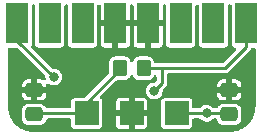
<source format=gbr>
%TF.GenerationSoftware,KiCad,Pcbnew,(6.0.11)*%
%TF.CreationDate,2023-07-03T01:03:28-07:00*%
%TF.ProjectId,sb-midi,73622d6d-6964-4692-9e6b-696361645f70,rev?*%
%TF.SameCoordinates,Original*%
%TF.FileFunction,Copper,L1,Top*%
%TF.FilePolarity,Positive*%
%FSLAX46Y46*%
G04 Gerber Fmt 4.6, Leading zero omitted, Abs format (unit mm)*
G04 Created by KiCad (PCBNEW (6.0.11)) date 2023-07-03 01:03:28*
%MOMM*%
%LPD*%
G01*
G04 APERTURE LIST*
G04 Aperture macros list*
%AMRoundRect*
0 Rectangle with rounded corners*
0 $1 Rounding radius*
0 $2 $3 $4 $5 $6 $7 $8 $9 X,Y pos of 4 corners*
0 Add a 4 corners polygon primitive as box body*
4,1,4,$2,$3,$4,$5,$6,$7,$8,$9,$2,$3,0*
0 Add four circle primitives for the rounded corners*
1,1,$1+$1,$2,$3*
1,1,$1+$1,$4,$5*
1,1,$1+$1,$6,$7*
1,1,$1+$1,$8,$9*
0 Add four rect primitives between the rounded corners*
20,1,$1+$1,$2,$3,$4,$5,0*
20,1,$1+$1,$4,$5,$6,$7,0*
20,1,$1+$1,$6,$7,$8,$9,0*
20,1,$1+$1,$8,$9,$2,$3,0*%
G04 Aperture macros list end*
%TA.AperFunction,SMDPad,CuDef*%
%ADD10R,2.000000X2.000000*%
%TD*%
%TA.AperFunction,SMDPad,CuDef*%
%ADD11R,1.846667X3.480000*%
%TD*%
%TA.AperFunction,SMDPad,CuDef*%
%ADD12RoundRect,0.250000X-0.350000X-0.450000X0.350000X-0.450000X0.350000X0.450000X-0.350000X0.450000X0*%
%TD*%
%TA.AperFunction,SMDPad,CuDef*%
%ADD13RoundRect,0.250000X0.475000X-0.337500X0.475000X0.337500X-0.475000X0.337500X-0.475000X-0.337500X0*%
%TD*%
%TA.AperFunction,ViaPad*%
%ADD14C,0.800000*%
%TD*%
%TA.AperFunction,Conductor*%
%ADD15C,0.250000*%
%TD*%
G04 APERTURE END LIST*
D10*
%TO.P,P5,1,1*%
%TO.N,/Out-*%
X127000000Y-107950000D03*
%TD*%
%TO.P,P2,1,1*%
%TO.N,GND*%
X123190000Y-107950000D03*
%TD*%
D11*
%TO.P,J1,1,1*%
%TO.N,+5V*%
X132885000Y-100330000D03*
%TO.P,J1,2,2*%
%TO.N,unconnected-(J1-Pad2)*%
X130115000Y-100330000D03*
%TO.P,J1,3,3*%
%TO.N,unconnected-(J1-Pad3)*%
X127345000Y-100330000D03*
%TO.P,J1,4,4*%
%TO.N,GND*%
X124575000Y-100330000D03*
%TO.P,J1,5,5*%
X121805000Y-100330000D03*
%TO.P,J1,6,6*%
%TO.N,unconnected-(J1-Pad6)*%
X119035000Y-100330000D03*
%TO.P,J1,7,7*%
%TO.N,unconnected-(J1-Pad7)*%
X116265000Y-100330000D03*
%TO.P,J1,8,8*%
%TO.N,+5V*%
X113495000Y-100330000D03*
%TD*%
D10*
%TO.P,P4,1,1*%
%TO.N,/Out+*%
X119380000Y-107950000D03*
%TD*%
D12*
%TO.P,R1,1*%
%TO.N,/Out+*%
X122190000Y-104140000D03*
%TO.P,R1,2*%
%TO.N,+5V*%
X124190000Y-104140000D03*
%TD*%
D13*
%TO.P,C1,1*%
%TO.N,/Out-*%
X131445000Y-108037500D03*
%TO.P,C1,2*%
%TO.N,GND*%
X131445000Y-105962500D03*
%TD*%
%TO.P,C2,1*%
%TO.N,/Out+*%
X114935000Y-108037500D03*
%TO.P,C2,2*%
%TO.N,GND*%
X114935000Y-105962500D03*
%TD*%
D14*
%TO.N,GND*%
X121285000Y-102870000D03*
X125095000Y-102870000D03*
X121285000Y-107035600D03*
X116586000Y-106172000D03*
X125095000Y-107950000D03*
X129921000Y-105054400D03*
%TO.N,+5V*%
X116586000Y-104876600D03*
X125095000Y-106045000D03*
%TO.N,/Out-*%
X129540000Y-107950000D03*
%TD*%
D15*
%TO.N,+5V*%
X125730000Y-104140000D02*
X125730000Y-105410000D01*
X125730000Y-105410000D02*
X125095000Y-106045000D01*
X113495000Y-101785600D02*
X116586000Y-104876600D01*
X132885000Y-102320000D02*
X131065000Y-104140000D01*
X113495000Y-100330000D02*
X113495000Y-101785600D01*
X125730000Y-104140000D02*
X124102500Y-104140000D01*
X132885000Y-100330000D02*
X132885000Y-102320000D01*
X131065000Y-104140000D02*
X125730000Y-104140000D01*
%TO.N,/Out-*%
X129540000Y-107950000D02*
X127000000Y-107950000D01*
X131445000Y-107950000D02*
X129540000Y-107950000D01*
%TO.N,/Out+*%
X119380000Y-107037500D02*
X122277500Y-104140000D01*
X119380000Y-107950000D02*
X119380000Y-107037500D01*
X114935000Y-107950000D02*
X119380000Y-107950000D01*
%TD*%
%TA.AperFunction,Conductor*%
%TO.N,GND*%
G36*
X114978488Y-98750302D02*
G01*
X115024981Y-98803958D01*
X115036367Y-98856300D01*
X115036367Y-102115358D01*
X115037663Y-102126252D01*
X115038352Y-102132040D01*
X115039534Y-102141978D01*
X115085703Y-102245919D01*
X115125853Y-102285998D01*
X115157962Y-102318052D01*
X115157964Y-102318053D01*
X115166195Y-102326270D01*
X115270216Y-102372258D01*
X115296309Y-102375300D01*
X117233691Y-102375300D01*
X117244585Y-102374004D01*
X117250926Y-102373250D01*
X117250929Y-102373249D01*
X117260311Y-102372133D01*
X117364252Y-102325964D01*
X117404331Y-102285814D01*
X117436385Y-102253705D01*
X117436386Y-102253703D01*
X117444603Y-102245472D01*
X117490591Y-102141451D01*
X117493633Y-102115358D01*
X117493633Y-98856300D01*
X117513635Y-98788179D01*
X117567291Y-98741686D01*
X117619633Y-98730300D01*
X117680367Y-98730300D01*
X117748488Y-98750302D01*
X117794981Y-98803958D01*
X117806367Y-98856300D01*
X117806367Y-102115358D01*
X117807663Y-102126252D01*
X117808352Y-102132040D01*
X117809534Y-102141978D01*
X117855703Y-102245919D01*
X117895853Y-102285998D01*
X117927962Y-102318052D01*
X117927964Y-102318053D01*
X117936195Y-102326270D01*
X118040216Y-102372258D01*
X118066309Y-102375300D01*
X120003691Y-102375300D01*
X120014585Y-102374004D01*
X120020926Y-102373250D01*
X120020929Y-102373249D01*
X120030311Y-102372133D01*
X120134252Y-102325964D01*
X120174331Y-102285814D01*
X120206385Y-102253705D01*
X120206386Y-102253703D01*
X120214603Y-102245472D01*
X120260591Y-102141451D01*
X120263633Y-102115358D01*
X120263633Y-102111552D01*
X120576867Y-102111552D01*
X120577309Y-102118997D01*
X120578912Y-102132475D01*
X120583865Y-102150495D01*
X120621400Y-102235001D01*
X120634354Y-102253849D01*
X120698250Y-102317633D01*
X120717120Y-102330554D01*
X120801668Y-102367932D01*
X120819745Y-102372860D01*
X120832742Y-102374376D01*
X120840043Y-102374800D01*
X121532885Y-102374800D01*
X121548124Y-102370325D01*
X121549329Y-102368935D01*
X121551000Y-102361252D01*
X121551000Y-102356685D01*
X122059000Y-102356685D01*
X122063475Y-102371924D01*
X122064865Y-102373129D01*
X122072548Y-102374800D01*
X122769885Y-102374800D01*
X122777330Y-102374358D01*
X122790808Y-102372755D01*
X122808828Y-102367802D01*
X122893334Y-102330267D01*
X122912182Y-102317313D01*
X122975966Y-102253417D01*
X122988887Y-102234547D01*
X123026265Y-102149999D01*
X123031193Y-102131922D01*
X123032709Y-102118925D01*
X123033133Y-102111624D01*
X123033133Y-102111552D01*
X123346867Y-102111552D01*
X123347309Y-102118997D01*
X123348912Y-102132475D01*
X123353865Y-102150495D01*
X123391400Y-102235001D01*
X123404354Y-102253849D01*
X123468250Y-102317633D01*
X123487120Y-102330554D01*
X123571668Y-102367932D01*
X123589745Y-102372860D01*
X123602742Y-102374376D01*
X123610043Y-102374800D01*
X124302885Y-102374800D01*
X124318124Y-102370325D01*
X124319329Y-102368935D01*
X124321000Y-102361252D01*
X124321000Y-102356685D01*
X124829000Y-102356685D01*
X124833475Y-102371924D01*
X124834865Y-102373129D01*
X124842548Y-102374800D01*
X125539885Y-102374800D01*
X125547330Y-102374358D01*
X125560808Y-102372755D01*
X125578828Y-102367802D01*
X125663334Y-102330267D01*
X125682182Y-102317313D01*
X125745966Y-102253417D01*
X125758887Y-102234547D01*
X125796265Y-102149999D01*
X125801193Y-102131922D01*
X125802709Y-102118925D01*
X125803133Y-102111624D01*
X125803133Y-100602115D01*
X125798658Y-100586876D01*
X125797268Y-100585671D01*
X125789585Y-100584000D01*
X124847115Y-100584000D01*
X124831876Y-100588475D01*
X124830671Y-100589865D01*
X124829000Y-100597548D01*
X124829000Y-102356685D01*
X124321000Y-102356685D01*
X124321000Y-100602115D01*
X124316525Y-100586876D01*
X124315135Y-100585671D01*
X124307452Y-100584000D01*
X123364982Y-100584000D01*
X123349743Y-100588475D01*
X123348538Y-100589865D01*
X123346867Y-100597548D01*
X123346867Y-102111552D01*
X123033133Y-102111552D01*
X123033133Y-100602115D01*
X123028658Y-100586876D01*
X123027268Y-100585671D01*
X123019585Y-100584000D01*
X122077115Y-100584000D01*
X122061876Y-100588475D01*
X122060671Y-100589865D01*
X122059000Y-100597548D01*
X122059000Y-102356685D01*
X121551000Y-102356685D01*
X121551000Y-100602115D01*
X121546525Y-100586876D01*
X121545135Y-100585671D01*
X121537452Y-100584000D01*
X120594982Y-100584000D01*
X120579743Y-100588475D01*
X120578538Y-100589865D01*
X120576867Y-100597548D01*
X120576867Y-102111552D01*
X120263633Y-102111552D01*
X120263633Y-98856300D01*
X120283635Y-98788179D01*
X120337291Y-98741686D01*
X120389633Y-98730300D01*
X120450867Y-98730300D01*
X120518988Y-98750302D01*
X120565481Y-98803958D01*
X120576867Y-98856300D01*
X120576867Y-100057885D01*
X120581342Y-100073124D01*
X120582732Y-100074329D01*
X120590415Y-100076000D01*
X123015018Y-100076000D01*
X123030257Y-100071525D01*
X123031462Y-100070135D01*
X123033133Y-100062452D01*
X123033133Y-98856300D01*
X123053135Y-98788179D01*
X123106791Y-98741686D01*
X123159133Y-98730300D01*
X123220867Y-98730300D01*
X123288988Y-98750302D01*
X123335481Y-98803958D01*
X123346867Y-98856300D01*
X123346867Y-100057885D01*
X123351342Y-100073124D01*
X123352732Y-100074329D01*
X123360415Y-100076000D01*
X125785018Y-100076000D01*
X125800257Y-100071525D01*
X125801462Y-100070135D01*
X125803133Y-100062452D01*
X125803133Y-98856300D01*
X125823135Y-98788179D01*
X125876791Y-98741686D01*
X125929133Y-98730300D01*
X125990367Y-98730300D01*
X126058488Y-98750302D01*
X126104981Y-98803958D01*
X126116367Y-98856300D01*
X126116367Y-102115358D01*
X126117663Y-102126252D01*
X126118352Y-102132040D01*
X126119534Y-102141978D01*
X126165703Y-102245919D01*
X126205853Y-102285998D01*
X126237962Y-102318052D01*
X126237964Y-102318053D01*
X126246195Y-102326270D01*
X126350216Y-102372258D01*
X126376309Y-102375300D01*
X128313691Y-102375300D01*
X128324585Y-102374004D01*
X128330926Y-102373250D01*
X128330929Y-102373249D01*
X128340311Y-102372133D01*
X128444252Y-102325964D01*
X128484331Y-102285814D01*
X128516385Y-102253705D01*
X128516386Y-102253703D01*
X128524603Y-102245472D01*
X128570591Y-102141451D01*
X128573633Y-102115358D01*
X128573633Y-98856300D01*
X128593635Y-98788179D01*
X128647291Y-98741686D01*
X128699633Y-98730300D01*
X128760367Y-98730300D01*
X128828488Y-98750302D01*
X128874981Y-98803958D01*
X128886367Y-98856300D01*
X128886367Y-102115358D01*
X128887663Y-102126252D01*
X128888352Y-102132040D01*
X128889534Y-102141978D01*
X128935703Y-102245919D01*
X128975853Y-102285998D01*
X129007962Y-102318052D01*
X129007964Y-102318053D01*
X129016195Y-102326270D01*
X129120216Y-102372258D01*
X129146309Y-102375300D01*
X131083691Y-102375300D01*
X131094585Y-102374004D01*
X131100926Y-102373250D01*
X131100929Y-102373249D01*
X131110311Y-102372133D01*
X131214252Y-102325964D01*
X131254331Y-102285814D01*
X131286385Y-102253705D01*
X131286386Y-102253703D01*
X131294603Y-102245472D01*
X131340591Y-102141451D01*
X131343633Y-102115358D01*
X131343633Y-98856300D01*
X131363635Y-98788179D01*
X131417291Y-98741686D01*
X131469633Y-98730300D01*
X131530367Y-98730300D01*
X131598488Y-98750302D01*
X131644981Y-98803958D01*
X131656367Y-98856300D01*
X131656367Y-102115358D01*
X131657663Y-102126252D01*
X131658352Y-102132040D01*
X131659534Y-102141978D01*
X131705703Y-102245919D01*
X131745853Y-102285998D01*
X131777962Y-102318052D01*
X131777964Y-102318053D01*
X131786195Y-102326270D01*
X131890216Y-102372258D01*
X131916309Y-102375300D01*
X131919975Y-102375300D01*
X131923620Y-102375512D01*
X131923521Y-102377222D01*
X131985095Y-102395302D01*
X132031588Y-102448958D01*
X132041692Y-102519232D01*
X132012198Y-102583812D01*
X132006069Y-102590395D01*
X130923669Y-103672795D01*
X130861357Y-103706821D01*
X130834574Y-103709700D01*
X125793736Y-103709700D01*
X125782756Y-103708444D01*
X125782709Y-103709047D01*
X125773320Y-103708308D01*
X125764142Y-103706181D01*
X125718891Y-103709385D01*
X125709994Y-103709700D01*
X125214576Y-103709700D01*
X125146455Y-103689698D01*
X125099962Y-103636042D01*
X125089489Y-103598838D01*
X125085314Y-103564338D01*
X125084341Y-103556297D01*
X125028334Y-103414838D01*
X124936348Y-103293652D01*
X124815162Y-103201666D01*
X124754064Y-103177476D01*
X124681233Y-103148640D01*
X124681231Y-103148639D01*
X124673703Y-103145659D01*
X124583144Y-103134700D01*
X123796856Y-103134700D01*
X123706297Y-103145659D01*
X123698769Y-103148639D01*
X123698767Y-103148640D01*
X123625936Y-103177476D01*
X123564838Y-103201666D01*
X123443652Y-103293652D01*
X123351666Y-103414838D01*
X123348502Y-103422830D01*
X123307152Y-103527269D01*
X123263478Y-103583243D01*
X123196475Y-103606720D01*
X123127416Y-103590245D01*
X123078228Y-103539049D01*
X123072848Y-103527269D01*
X123031498Y-103422830D01*
X123028334Y-103414838D01*
X122936348Y-103293652D01*
X122815162Y-103201666D01*
X122754064Y-103177476D01*
X122681233Y-103148640D01*
X122681231Y-103148639D01*
X122673703Y-103145659D01*
X122583144Y-103134700D01*
X121796856Y-103134700D01*
X121706297Y-103145659D01*
X121698769Y-103148639D01*
X121698767Y-103148640D01*
X121625936Y-103177476D01*
X121564838Y-103201666D01*
X121443652Y-103293652D01*
X121351666Y-103414838D01*
X121295659Y-103556297D01*
X121284700Y-103646856D01*
X121284700Y-104472074D01*
X121264698Y-104540195D01*
X121247795Y-104561169D01*
X119201169Y-106607795D01*
X119138857Y-106641821D01*
X119112074Y-106644700D01*
X118334642Y-106644700D01*
X118323748Y-106645996D01*
X118317407Y-106646750D01*
X118317404Y-106646751D01*
X118308022Y-106647867D01*
X118204081Y-106694036D01*
X118184674Y-106713477D01*
X118131948Y-106766295D01*
X118131947Y-106766297D01*
X118123730Y-106774528D01*
X118077742Y-106878549D01*
X118074700Y-106904642D01*
X118074700Y-107393700D01*
X118054698Y-107461821D01*
X118001042Y-107508314D01*
X117948700Y-107519700D01*
X116021522Y-107519700D01*
X115953401Y-107499698D01*
X115904370Y-107440084D01*
X115901497Y-107432828D01*
X115898334Y-107424838D01*
X115848279Y-107358893D01*
X115811540Y-107310492D01*
X115806348Y-107303652D01*
X115788708Y-107290262D01*
X115692010Y-107216864D01*
X115685162Y-107211666D01*
X115624064Y-107187476D01*
X115551233Y-107158640D01*
X115551231Y-107158639D01*
X115543703Y-107155659D01*
X115453144Y-107144700D01*
X114416856Y-107144700D01*
X114326297Y-107155659D01*
X114318769Y-107158639D01*
X114318767Y-107158640D01*
X114245936Y-107187476D01*
X114184838Y-107211666D01*
X114177990Y-107216864D01*
X114081293Y-107290262D01*
X114063652Y-107303652D01*
X114058460Y-107310492D01*
X114021721Y-107358893D01*
X113971666Y-107424838D01*
X113915659Y-107566297D01*
X113904700Y-107656856D01*
X113904700Y-108418144D01*
X113915659Y-108508703D01*
X113918639Y-108516231D01*
X113918640Y-108516233D01*
X113930103Y-108545186D01*
X113971666Y-108650162D01*
X114063652Y-108771348D01*
X114184838Y-108863334D01*
X114245936Y-108887524D01*
X114318767Y-108916360D01*
X114318769Y-108916361D01*
X114326297Y-108919341D01*
X114416856Y-108930300D01*
X115453144Y-108930300D01*
X115543703Y-108919341D01*
X115551231Y-108916361D01*
X115551233Y-108916360D01*
X115624064Y-108887524D01*
X115685162Y-108863334D01*
X115806348Y-108771348D01*
X115898334Y-108650162D01*
X115939897Y-108545186D01*
X115951360Y-108516233D01*
X115951361Y-108516231D01*
X115954341Y-108508703D01*
X115956464Y-108491160D01*
X115984506Y-108425936D01*
X116043360Y-108386227D01*
X116081551Y-108380300D01*
X117948700Y-108380300D01*
X118016821Y-108400302D01*
X118063314Y-108453958D01*
X118074700Y-108506300D01*
X118074700Y-108995358D01*
X118075996Y-109006252D01*
X118076685Y-109012040D01*
X118077867Y-109021978D01*
X118124036Y-109125919D01*
X118164186Y-109165998D01*
X118196295Y-109198052D01*
X118196297Y-109198053D01*
X118204528Y-109206270D01*
X118308549Y-109252258D01*
X118334642Y-109255300D01*
X120425358Y-109255300D01*
X120436252Y-109254004D01*
X120442593Y-109253250D01*
X120442596Y-109253249D01*
X120451978Y-109252133D01*
X120555919Y-109205964D01*
X120612361Y-109149423D01*
X120628052Y-109133705D01*
X120628053Y-109133703D01*
X120636270Y-109125472D01*
X120682258Y-109021451D01*
X120685300Y-108995358D01*
X120685300Y-108991552D01*
X121885200Y-108991552D01*
X121885642Y-108998997D01*
X121887245Y-109012475D01*
X121892198Y-109030495D01*
X121929733Y-109115001D01*
X121942687Y-109133849D01*
X122006583Y-109197633D01*
X122025453Y-109210554D01*
X122110001Y-109247932D01*
X122128078Y-109252860D01*
X122141075Y-109254376D01*
X122148376Y-109254800D01*
X122917885Y-109254800D01*
X122933124Y-109250325D01*
X122934329Y-109248935D01*
X122936000Y-109241252D01*
X122936000Y-109236685D01*
X123444000Y-109236685D01*
X123448475Y-109251924D01*
X123449865Y-109253129D01*
X123457548Y-109254800D01*
X124231552Y-109254800D01*
X124238997Y-109254358D01*
X124252475Y-109252755D01*
X124270495Y-109247802D01*
X124355001Y-109210267D01*
X124373849Y-109197313D01*
X124437633Y-109133417D01*
X124450554Y-109114547D01*
X124487932Y-109029999D01*
X124492860Y-109011922D01*
X124494376Y-108998925D01*
X124494583Y-108995358D01*
X125694700Y-108995358D01*
X125695996Y-109006252D01*
X125696685Y-109012040D01*
X125697867Y-109021978D01*
X125744036Y-109125919D01*
X125784186Y-109165998D01*
X125816295Y-109198052D01*
X125816297Y-109198053D01*
X125824528Y-109206270D01*
X125928549Y-109252258D01*
X125954642Y-109255300D01*
X128045358Y-109255300D01*
X128056252Y-109254004D01*
X128062593Y-109253250D01*
X128062596Y-109253249D01*
X128071978Y-109252133D01*
X128175919Y-109205964D01*
X128232361Y-109149423D01*
X128248052Y-109133705D01*
X128248053Y-109133703D01*
X128256270Y-109125472D01*
X128302258Y-109021451D01*
X128305300Y-108995358D01*
X128305300Y-108506300D01*
X128325302Y-108438179D01*
X128378958Y-108391686D01*
X128431300Y-108380300D01*
X128916390Y-108380300D01*
X128984511Y-108400302D01*
X129001464Y-108415018D01*
X129002170Y-108414242D01*
X129122811Y-108524018D01*
X129122815Y-108524021D01*
X129128432Y-108529132D01*
X129135109Y-108532757D01*
X129135110Y-108532758D01*
X129158000Y-108545186D01*
X129278455Y-108610588D01*
X129443577Y-108653907D01*
X129530592Y-108655274D01*
X129606666Y-108656469D01*
X129606669Y-108656469D01*
X129614265Y-108656588D01*
X129621669Y-108654892D01*
X129621671Y-108654892D01*
X129683992Y-108640619D01*
X129780667Y-108618477D01*
X129933174Y-108541774D01*
X129938945Y-108536845D01*
X129938948Y-108536843D01*
X130057208Y-108435839D01*
X130057210Y-108435837D01*
X130062982Y-108430907D01*
X130067415Y-108424737D01*
X130070836Y-108421017D01*
X130131667Y-108384410D01*
X130163587Y-108380300D01*
X130298449Y-108380300D01*
X130366570Y-108400302D01*
X130413063Y-108453958D01*
X130423536Y-108491160D01*
X130425659Y-108508703D01*
X130428639Y-108516231D01*
X130428640Y-108516233D01*
X130440103Y-108545186D01*
X130481666Y-108650162D01*
X130573652Y-108771348D01*
X130694838Y-108863334D01*
X130755936Y-108887524D01*
X130828767Y-108916360D01*
X130828769Y-108916361D01*
X130836297Y-108919341D01*
X130926856Y-108930300D01*
X131963144Y-108930300D01*
X132053703Y-108919341D01*
X132061231Y-108916361D01*
X132061233Y-108916360D01*
X132134064Y-108887524D01*
X132195162Y-108863334D01*
X132316348Y-108771348D01*
X132408334Y-108650162D01*
X132449897Y-108545186D01*
X132461360Y-108516233D01*
X132461361Y-108516231D01*
X132464341Y-108508703D01*
X132475300Y-108418144D01*
X132475300Y-107656856D01*
X132464341Y-107566297D01*
X132408334Y-107424838D01*
X132358279Y-107358893D01*
X132321540Y-107310492D01*
X132316348Y-107303652D01*
X132298708Y-107290262D01*
X132202010Y-107216864D01*
X132195162Y-107211666D01*
X132134064Y-107187476D01*
X132061233Y-107158640D01*
X132061231Y-107158639D01*
X132053703Y-107155659D01*
X131963144Y-107144700D01*
X130926856Y-107144700D01*
X130836297Y-107155659D01*
X130828769Y-107158639D01*
X130828767Y-107158640D01*
X130755936Y-107187476D01*
X130694838Y-107211666D01*
X130687990Y-107216864D01*
X130591293Y-107290262D01*
X130573652Y-107303652D01*
X130568460Y-107310492D01*
X130531721Y-107358893D01*
X130481666Y-107424838D01*
X130478503Y-107432828D01*
X130475630Y-107440084D01*
X130431955Y-107496058D01*
X130358478Y-107519700D01*
X130163480Y-107519700D01*
X130095359Y-107499698D01*
X130073420Y-107480851D01*
X130072939Y-107480151D01*
X130067268Y-107475098D01*
X130067265Y-107475095D01*
X129989590Y-107405890D01*
X129945481Y-107366590D01*
X129937523Y-107362376D01*
X129801322Y-107290262D01*
X129801321Y-107290261D01*
X129794613Y-107286710D01*
X129629047Y-107245122D01*
X129621449Y-107245082D01*
X129621447Y-107245082D01*
X129547658Y-107244696D01*
X129458339Y-107244229D01*
X129450960Y-107246001D01*
X129450956Y-107246001D01*
X129299726Y-107282308D01*
X129299722Y-107282309D01*
X129292347Y-107284080D01*
X129140651Y-107362376D01*
X129134929Y-107367368D01*
X129134927Y-107367369D01*
X129017734Y-107469602D01*
X129017731Y-107469605D01*
X129012010Y-107474596D01*
X129009187Y-107478613D01*
X128949714Y-107515251D01*
X128916527Y-107519700D01*
X128431300Y-107519700D01*
X128363179Y-107499698D01*
X128316686Y-107446042D01*
X128305300Y-107393700D01*
X128305300Y-106904642D01*
X128304004Y-106893748D01*
X128303250Y-106887407D01*
X128303249Y-106887404D01*
X128302133Y-106878022D01*
X128255964Y-106774081D01*
X128191836Y-106710065D01*
X128183705Y-106701948D01*
X128183701Y-106701945D01*
X128175472Y-106693730D01*
X128071451Y-106647742D01*
X128045358Y-106644700D01*
X125954642Y-106644700D01*
X125943748Y-106645996D01*
X125937407Y-106646750D01*
X125937404Y-106646751D01*
X125928022Y-106647867D01*
X125824081Y-106694036D01*
X125804674Y-106713477D01*
X125751948Y-106766295D01*
X125751947Y-106766297D01*
X125743730Y-106774528D01*
X125697742Y-106878549D01*
X125694700Y-106904642D01*
X125694700Y-108995358D01*
X124494583Y-108995358D01*
X124494800Y-108991624D01*
X124494800Y-108222115D01*
X124490325Y-108206876D01*
X124488935Y-108205671D01*
X124481252Y-108204000D01*
X123462115Y-108204000D01*
X123446876Y-108208475D01*
X123445671Y-108209865D01*
X123444000Y-108217548D01*
X123444000Y-109236685D01*
X122936000Y-109236685D01*
X122936000Y-108222115D01*
X122931525Y-108206876D01*
X122930135Y-108205671D01*
X122922452Y-108204000D01*
X121903315Y-108204000D01*
X121888076Y-108208475D01*
X121886871Y-108209865D01*
X121885200Y-108217548D01*
X121885200Y-108991552D01*
X120685300Y-108991552D01*
X120685300Y-107677885D01*
X121885200Y-107677885D01*
X121889675Y-107693124D01*
X121891065Y-107694329D01*
X121898748Y-107696000D01*
X122917885Y-107696000D01*
X122933124Y-107691525D01*
X122934329Y-107690135D01*
X122936000Y-107682452D01*
X122936000Y-107677885D01*
X123444000Y-107677885D01*
X123448475Y-107693124D01*
X123449865Y-107694329D01*
X123457548Y-107696000D01*
X124476685Y-107696000D01*
X124491924Y-107691525D01*
X124493129Y-107690135D01*
X124494800Y-107682452D01*
X124494800Y-106908448D01*
X124494358Y-106901003D01*
X124492755Y-106887525D01*
X124487802Y-106869505D01*
X124450267Y-106784999D01*
X124437313Y-106766151D01*
X124373417Y-106702367D01*
X124354547Y-106689446D01*
X124269999Y-106652068D01*
X124251922Y-106647140D01*
X124238925Y-106645624D01*
X124231624Y-106645200D01*
X123462115Y-106645200D01*
X123446876Y-106649675D01*
X123445671Y-106651065D01*
X123444000Y-106658748D01*
X123444000Y-107677885D01*
X122936000Y-107677885D01*
X122936000Y-106663315D01*
X122931525Y-106648076D01*
X122930135Y-106646871D01*
X122922452Y-106645200D01*
X122148448Y-106645200D01*
X122141003Y-106645642D01*
X122127525Y-106647245D01*
X122109505Y-106652198D01*
X122024999Y-106689733D01*
X122006151Y-106702687D01*
X121942367Y-106766583D01*
X121929446Y-106785453D01*
X121892068Y-106870001D01*
X121887140Y-106888078D01*
X121885624Y-106901075D01*
X121885200Y-106908376D01*
X121885200Y-107677885D01*
X120685300Y-107677885D01*
X120685300Y-106904642D01*
X120684004Y-106893748D01*
X120683250Y-106887407D01*
X120683249Y-106887404D01*
X120682133Y-106878022D01*
X120635964Y-106774081D01*
X120571836Y-106710065D01*
X120563702Y-106701945D01*
X120563700Y-106701944D01*
X120555472Y-106693730D01*
X120546122Y-106689596D01*
X120501793Y-106635313D01*
X120493745Y-106564774D01*
X120528791Y-106497245D01*
X121843831Y-105182205D01*
X121906143Y-105148179D01*
X121932926Y-105145300D01*
X122583144Y-105145300D01*
X122673703Y-105134341D01*
X122681231Y-105131361D01*
X122681233Y-105131360D01*
X122765597Y-105097958D01*
X122815162Y-105078334D01*
X122936348Y-104986348D01*
X123028334Y-104865162D01*
X123072848Y-104752731D01*
X123116522Y-104696757D01*
X123183525Y-104673280D01*
X123252584Y-104689755D01*
X123301772Y-104740951D01*
X123307151Y-104752729D01*
X123351666Y-104865162D01*
X123443652Y-104986348D01*
X123564838Y-105078334D01*
X123614403Y-105097958D01*
X123698767Y-105131360D01*
X123698769Y-105131361D01*
X123706297Y-105134341D01*
X123796856Y-105145300D01*
X124583144Y-105145300D01*
X124673703Y-105134341D01*
X124681231Y-105131361D01*
X124681233Y-105131360D01*
X124765597Y-105097958D01*
X124815162Y-105078334D01*
X124936348Y-104986348D01*
X125028334Y-104865162D01*
X125056548Y-104793901D01*
X125100222Y-104737927D01*
X125167225Y-104714450D01*
X125236284Y-104730926D01*
X125285472Y-104782121D01*
X125299700Y-104840284D01*
X125299700Y-105179574D01*
X125279698Y-105247695D01*
X125262795Y-105268669D01*
X125228482Y-105302982D01*
X125166170Y-105337008D01*
X125138729Y-105339885D01*
X125013339Y-105339229D01*
X125005960Y-105341001D01*
X125005956Y-105341001D01*
X124854726Y-105377308D01*
X124854722Y-105377309D01*
X124847347Y-105379080D01*
X124695651Y-105457376D01*
X124689929Y-105462368D01*
X124689927Y-105462369D01*
X124652543Y-105494981D01*
X124567010Y-105569596D01*
X124468852Y-105709262D01*
X124466093Y-105716337D01*
X124466092Y-105716340D01*
X124457797Y-105737617D01*
X124406841Y-105868311D01*
X124405849Y-105875844D01*
X124405849Y-105875845D01*
X124387538Y-106014933D01*
X124384559Y-106037560D01*
X124403292Y-106207239D01*
X124405901Y-106214370D01*
X124405902Y-106214372D01*
X124454390Y-106346870D01*
X124461958Y-106367551D01*
X124557170Y-106509242D01*
X124562782Y-106514349D01*
X124562785Y-106514352D01*
X124677811Y-106619018D01*
X124677815Y-106619021D01*
X124683432Y-106624132D01*
X124690109Y-106627757D01*
X124690110Y-106627758D01*
X124713000Y-106640186D01*
X124833455Y-106705588D01*
X124998577Y-106748907D01*
X125085592Y-106750274D01*
X125161666Y-106751469D01*
X125161669Y-106751469D01*
X125169265Y-106751588D01*
X125176669Y-106749892D01*
X125176671Y-106749892D01*
X125238992Y-106735619D01*
X125335667Y-106713477D01*
X125488174Y-106636774D01*
X125493945Y-106631845D01*
X125493948Y-106631843D01*
X125612210Y-106530837D01*
X125612211Y-106530836D01*
X125617982Y-106525907D01*
X125717598Y-106387276D01*
X125722993Y-106373855D01*
X125736878Y-106339315D01*
X130415200Y-106339315D01*
X130415656Y-106346870D01*
X130425176Y-106425544D01*
X130429129Y-106441109D01*
X130478946Y-106566932D01*
X130487296Y-106581751D01*
X130568821Y-106689156D01*
X130580844Y-106701179D01*
X130688249Y-106782704D01*
X130703068Y-106791054D01*
X130828891Y-106840871D01*
X130844456Y-106844824D01*
X130923130Y-106854344D01*
X130930685Y-106854800D01*
X131172885Y-106854800D01*
X131188124Y-106850325D01*
X131189329Y-106848935D01*
X131191000Y-106841252D01*
X131191000Y-106836685D01*
X131699000Y-106836685D01*
X131703475Y-106851924D01*
X131704865Y-106853129D01*
X131712548Y-106854800D01*
X131959315Y-106854800D01*
X131966870Y-106854344D01*
X132045544Y-106844824D01*
X132061109Y-106840871D01*
X132186932Y-106791054D01*
X132201751Y-106782704D01*
X132309156Y-106701179D01*
X132321179Y-106689156D01*
X132402704Y-106581751D01*
X132411054Y-106566932D01*
X132460871Y-106441109D01*
X132464824Y-106425544D01*
X132474344Y-106346870D01*
X132474800Y-106339315D01*
X132474800Y-106234615D01*
X132470325Y-106219376D01*
X132468935Y-106218171D01*
X132461252Y-106216500D01*
X131717115Y-106216500D01*
X131701876Y-106220975D01*
X131700671Y-106222365D01*
X131699000Y-106230048D01*
X131699000Y-106836685D01*
X131191000Y-106836685D01*
X131191000Y-106234615D01*
X131186525Y-106219376D01*
X131185135Y-106218171D01*
X131177452Y-106216500D01*
X130433315Y-106216500D01*
X130418076Y-106220975D01*
X130416871Y-106222365D01*
X130415200Y-106230048D01*
X130415200Y-106339315D01*
X125736878Y-106339315D01*
X125778436Y-106235939D01*
X125778437Y-106235937D01*
X125781271Y-106228886D01*
X125805324Y-106059879D01*
X125805480Y-106045000D01*
X125801841Y-106014931D01*
X125813516Y-105944902D01*
X125837834Y-105910702D01*
X126010919Y-105737617D01*
X126022008Y-105727762D01*
X126022445Y-105727418D01*
X126047218Y-105707888D01*
X126059315Y-105690385D01*
X130415200Y-105690385D01*
X130419675Y-105705624D01*
X130421065Y-105706829D01*
X130428748Y-105708500D01*
X131172885Y-105708500D01*
X131188124Y-105704025D01*
X131189329Y-105702635D01*
X131191000Y-105694952D01*
X131191000Y-105690385D01*
X131699000Y-105690385D01*
X131703475Y-105705624D01*
X131704865Y-105706829D01*
X131712548Y-105708500D01*
X132456685Y-105708500D01*
X132471924Y-105704025D01*
X132473129Y-105702635D01*
X132474800Y-105694952D01*
X132474800Y-105585685D01*
X132474344Y-105578130D01*
X132464824Y-105499456D01*
X132460871Y-105483891D01*
X132411054Y-105358068D01*
X132402704Y-105343249D01*
X132321179Y-105235844D01*
X132309156Y-105223821D01*
X132201751Y-105142296D01*
X132186932Y-105133946D01*
X132061109Y-105084129D01*
X132045544Y-105080176D01*
X131966870Y-105070656D01*
X131959315Y-105070200D01*
X131717115Y-105070200D01*
X131701876Y-105074675D01*
X131700671Y-105076065D01*
X131699000Y-105083748D01*
X131699000Y-105690385D01*
X131191000Y-105690385D01*
X131191000Y-105088315D01*
X131186525Y-105073076D01*
X131185135Y-105071871D01*
X131177452Y-105070200D01*
X130930685Y-105070200D01*
X130923130Y-105070656D01*
X130844456Y-105080176D01*
X130828891Y-105084129D01*
X130703068Y-105133946D01*
X130688249Y-105142296D01*
X130580844Y-105223821D01*
X130568821Y-105235844D01*
X130487296Y-105343249D01*
X130478946Y-105358068D01*
X130429129Y-105483891D01*
X130425176Y-105499456D01*
X130415656Y-105578130D01*
X130415200Y-105585685D01*
X130415200Y-105690385D01*
X126059315Y-105690385D01*
X126079070Y-105661803D01*
X126081338Y-105658630D01*
X126108982Y-105621203D01*
X126114580Y-105613624D01*
X126116865Y-105607117D01*
X126120786Y-105601444D01*
X126137659Y-105548092D01*
X126138911Y-105544339D01*
X126154333Y-105500423D01*
X126154333Y-105500421D01*
X126157452Y-105491540D01*
X126157723Y-105484648D01*
X126159802Y-105478074D01*
X126160300Y-105471747D01*
X126160300Y-105421549D01*
X126160397Y-105416601D01*
X126161735Y-105382561D01*
X126162533Y-105362248D01*
X126160715Y-105355392D01*
X126160300Y-105347847D01*
X126160300Y-104696300D01*
X126180302Y-104628179D01*
X126233958Y-104581686D01*
X126286300Y-104570300D01*
X131031982Y-104570300D01*
X131046790Y-104571173D01*
X131078668Y-104574946D01*
X131087932Y-104573254D01*
X131087933Y-104573254D01*
X131133733Y-104564889D01*
X131137639Y-104564239D01*
X131183644Y-104557323D01*
X131183645Y-104557323D01*
X131192955Y-104555923D01*
X131199171Y-104552938D01*
X131205956Y-104551699D01*
X131255622Y-104525899D01*
X131259162Y-104524130D01*
X131301104Y-104503990D01*
X131301105Y-104503989D01*
X131309596Y-104499912D01*
X131314662Y-104495229D01*
X131320780Y-104492051D01*
X131325606Y-104487930D01*
X131361108Y-104452428D01*
X131364675Y-104448998D01*
X131404612Y-104412081D01*
X131408175Y-104405948D01*
X131413213Y-104400323D01*
X133165919Y-102647617D01*
X133177008Y-102637762D01*
X133194821Y-102623719D01*
X133202218Y-102617888D01*
X133234070Y-102571803D01*
X133236338Y-102568630D01*
X133263982Y-102531203D01*
X133269580Y-102523624D01*
X133271865Y-102517117D01*
X133275786Y-102511444D01*
X133291009Y-102463308D01*
X133330620Y-102404389D01*
X133395798Y-102376238D01*
X133411145Y-102375300D01*
X133553700Y-102375300D01*
X133621821Y-102395302D01*
X133668314Y-102448958D01*
X133679700Y-102501300D01*
X133679700Y-107277264D01*
X133677786Y-107299142D01*
X133674990Y-107315000D01*
X133676904Y-107325855D01*
X133676904Y-107336880D01*
X133676865Y-107336880D01*
X133677599Y-107349734D01*
X133663867Y-107576755D01*
X133662033Y-107591859D01*
X133616138Y-107842301D01*
X133612497Y-107857074D01*
X133536748Y-108100162D01*
X133531354Y-108114385D01*
X133484924Y-108217548D01*
X133426858Y-108346565D01*
X133419788Y-108360037D01*
X133304059Y-108551475D01*
X133288066Y-108577930D01*
X133279424Y-108590451D01*
X133232643Y-108650162D01*
X133122393Y-108790886D01*
X133112303Y-108802274D01*
X132932274Y-108982303D01*
X132920886Y-108992393D01*
X132739961Y-109134139D01*
X132720452Y-109149423D01*
X132707931Y-109158065D01*
X132548615Y-109254376D01*
X132490038Y-109289787D01*
X132476567Y-109296857D01*
X132244385Y-109401354D01*
X132230167Y-109406746D01*
X131998720Y-109478868D01*
X131987074Y-109482497D01*
X131972301Y-109486138D01*
X131721859Y-109532033D01*
X131706755Y-109533867D01*
X131479734Y-109547599D01*
X131466880Y-109546865D01*
X131466880Y-109546904D01*
X131455855Y-109546904D01*
X131445000Y-109544990D01*
X131429142Y-109547786D01*
X131407264Y-109549700D01*
X114972736Y-109549700D01*
X114950858Y-109547786D01*
X114935000Y-109544990D01*
X114924145Y-109546904D01*
X114913120Y-109546904D01*
X114913120Y-109546865D01*
X114900266Y-109547599D01*
X114673245Y-109533867D01*
X114658141Y-109532033D01*
X114407699Y-109486138D01*
X114392926Y-109482497D01*
X114381280Y-109478868D01*
X114149833Y-109406746D01*
X114135615Y-109401354D01*
X113903433Y-109296857D01*
X113889962Y-109289787D01*
X113831386Y-109254376D01*
X113672069Y-109158065D01*
X113659548Y-109149423D01*
X113640040Y-109134139D01*
X113459114Y-108992393D01*
X113447726Y-108982303D01*
X113267697Y-108802274D01*
X113257607Y-108790886D01*
X113147357Y-108650162D01*
X113100576Y-108590451D01*
X113091934Y-108577930D01*
X113075941Y-108551475D01*
X112960212Y-108360037D01*
X112953142Y-108346565D01*
X112895076Y-108217548D01*
X112848646Y-108114385D01*
X112843252Y-108100162D01*
X112767503Y-107857074D01*
X112763862Y-107842301D01*
X112717967Y-107591859D01*
X112716133Y-107576755D01*
X112702401Y-107349734D01*
X112703135Y-107336880D01*
X112703096Y-107336880D01*
X112703096Y-107325855D01*
X112705010Y-107315000D01*
X112702214Y-107299142D01*
X112700300Y-107277264D01*
X112700300Y-106339315D01*
X113905200Y-106339315D01*
X113905656Y-106346870D01*
X113915176Y-106425544D01*
X113919129Y-106441109D01*
X113968946Y-106566932D01*
X113977296Y-106581751D01*
X114058821Y-106689156D01*
X114070844Y-106701179D01*
X114178249Y-106782704D01*
X114193068Y-106791054D01*
X114318891Y-106840871D01*
X114334456Y-106844824D01*
X114413130Y-106854344D01*
X114420685Y-106854800D01*
X114662885Y-106854800D01*
X114678124Y-106850325D01*
X114679329Y-106848935D01*
X114681000Y-106841252D01*
X114681000Y-106836685D01*
X115189000Y-106836685D01*
X115193475Y-106851924D01*
X115194865Y-106853129D01*
X115202548Y-106854800D01*
X115449315Y-106854800D01*
X115456870Y-106854344D01*
X115535544Y-106844824D01*
X115551109Y-106840871D01*
X115676932Y-106791054D01*
X115691751Y-106782704D01*
X115799156Y-106701179D01*
X115811179Y-106689156D01*
X115892704Y-106581751D01*
X115901054Y-106566932D01*
X115950871Y-106441109D01*
X115954824Y-106425544D01*
X115964344Y-106346870D01*
X115964800Y-106339315D01*
X115964800Y-106234615D01*
X115960325Y-106219376D01*
X115958935Y-106218171D01*
X115951252Y-106216500D01*
X115207115Y-106216500D01*
X115191876Y-106220975D01*
X115190671Y-106222365D01*
X115189000Y-106230048D01*
X115189000Y-106836685D01*
X114681000Y-106836685D01*
X114681000Y-106234615D01*
X114676525Y-106219376D01*
X114675135Y-106218171D01*
X114667452Y-106216500D01*
X113923315Y-106216500D01*
X113908076Y-106220975D01*
X113906871Y-106222365D01*
X113905200Y-106230048D01*
X113905200Y-106339315D01*
X112700300Y-106339315D01*
X112700300Y-105690385D01*
X113905200Y-105690385D01*
X113909675Y-105705624D01*
X113911065Y-105706829D01*
X113918748Y-105708500D01*
X114662885Y-105708500D01*
X114678124Y-105704025D01*
X114679329Y-105702635D01*
X114681000Y-105694952D01*
X114681000Y-105088315D01*
X114676525Y-105073076D01*
X114675135Y-105071871D01*
X114667452Y-105070200D01*
X114420685Y-105070200D01*
X114413130Y-105070656D01*
X114334456Y-105080176D01*
X114318891Y-105084129D01*
X114193068Y-105133946D01*
X114178249Y-105142296D01*
X114070844Y-105223821D01*
X114058821Y-105235844D01*
X113977296Y-105343249D01*
X113968946Y-105358068D01*
X113919129Y-105483891D01*
X113915176Y-105499456D01*
X113905656Y-105578130D01*
X113905200Y-105585685D01*
X113905200Y-105690385D01*
X112700300Y-105690385D01*
X112700300Y-102501300D01*
X112720302Y-102433179D01*
X112773958Y-102386686D01*
X112826300Y-102375300D01*
X113423974Y-102375300D01*
X113492095Y-102395302D01*
X113513069Y-102412205D01*
X115842611Y-104741747D01*
X115876637Y-104804059D01*
X115878438Y-104847286D01*
X115876550Y-104861625D01*
X115876550Y-104861633D01*
X115875559Y-104869160D01*
X115876393Y-104876710D01*
X115893101Y-105028053D01*
X115880695Y-105097958D01*
X115832465Y-105150058D01*
X115763724Y-105167812D01*
X115699988Y-105145191D01*
X115699241Y-105146516D01*
X115676932Y-105133946D01*
X115551109Y-105084129D01*
X115535544Y-105080176D01*
X115456870Y-105070656D01*
X115449315Y-105070200D01*
X115207115Y-105070200D01*
X115191876Y-105074675D01*
X115190671Y-105076065D01*
X115189000Y-105083748D01*
X115189000Y-105690385D01*
X115193475Y-105705624D01*
X115194865Y-105706829D01*
X115202548Y-105708500D01*
X115946685Y-105708500D01*
X115961924Y-105704025D01*
X115963129Y-105702635D01*
X115964800Y-105694952D01*
X115964800Y-105585685D01*
X115964345Y-105578136D01*
X115962406Y-105562118D01*
X115974078Y-105492088D01*
X116021759Y-105439485D01*
X116090309Y-105421010D01*
X116157966Y-105442530D01*
X116163040Y-105446516D01*
X116168811Y-105450618D01*
X116174432Y-105455732D01*
X116181109Y-105459357D01*
X116181110Y-105459358D01*
X116199344Y-105469258D01*
X116324455Y-105537188D01*
X116489577Y-105580507D01*
X116576592Y-105581874D01*
X116652666Y-105583069D01*
X116652669Y-105583069D01*
X116660265Y-105583188D01*
X116667669Y-105581492D01*
X116667671Y-105581492D01*
X116741425Y-105564600D01*
X116826667Y-105545077D01*
X116979174Y-105468374D01*
X116984945Y-105463445D01*
X116984948Y-105463443D01*
X117103210Y-105362437D01*
X117103211Y-105362436D01*
X117108982Y-105357507D01*
X117208598Y-105218876D01*
X117211431Y-105211829D01*
X117269436Y-105067539D01*
X117269437Y-105067537D01*
X117272271Y-105060486D01*
X117296324Y-104891479D01*
X117296480Y-104876600D01*
X117285478Y-104785685D01*
X117276884Y-104714670D01*
X117276884Y-104714669D01*
X117275971Y-104707127D01*
X117248016Y-104633144D01*
X117218315Y-104554542D01*
X117218314Y-104554540D01*
X117215630Y-104547437D01*
X117211331Y-104541182D01*
X117211329Y-104541178D01*
X117123241Y-104413010D01*
X117123240Y-104413008D01*
X117118939Y-104406751D01*
X117111725Y-104400323D01*
X116997152Y-104298243D01*
X116991481Y-104293190D01*
X116840613Y-104213310D01*
X116675047Y-104171722D01*
X116667449Y-104171682D01*
X116667447Y-104171682D01*
X116540487Y-104171018D01*
X116472472Y-104150660D01*
X116452051Y-104134115D01*
X114701577Y-102383641D01*
X114667551Y-102321329D01*
X114672616Y-102250514D01*
X114675432Y-102243598D01*
X114716760Y-102150117D01*
X114716760Y-102150115D01*
X114720591Y-102141451D01*
X114723633Y-102115358D01*
X114723633Y-98856300D01*
X114743635Y-98788179D01*
X114797291Y-98741686D01*
X114849633Y-98730300D01*
X114910367Y-98730300D01*
X114978488Y-98750302D01*
G37*
%TD.AperFunction*%
%TD*%
M02*

</source>
